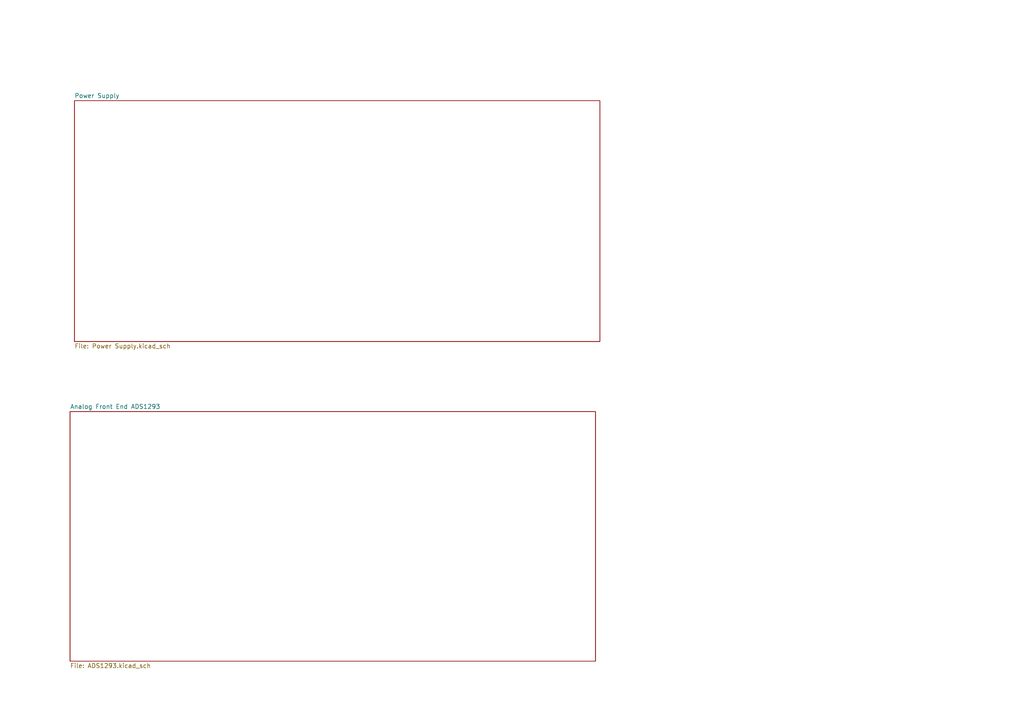
<source format=kicad_sch>
(kicad_sch (version 20230121) (generator eeschema)
  (paper "A4")
  (title_block (title "AFE ADS1293") (date "2023-03-31") (rev "01") (company "HS Pforzheim"))
  (lib_symbols)
  (sheet (at 21.59 29.21) (size 152.4 69.85) (stroke (width 0.1524))
    (property "Sheetname" "Power Supply" (at 21.59 28.4984 0) (effects (justify left bottom)))
    (property "Sheetfile" "Power Supply.kicad_sch" (at 21.59 99.6446 0) (effects (justify left top)))
  )
  (sheet (at 20.32 119.38) (size 152.4 72.39) (stroke (width 0.1524))
    (property "Sheetname" "Analog Front End ADS1293" (at 20.32 118.6684 0) (effects (justify left bottom)))
    (property "Sheetfile" "ADS1293.kicad_sch" (at 20.32 192.3546 0) (effects (justify left top)))
  )
)
</source>
